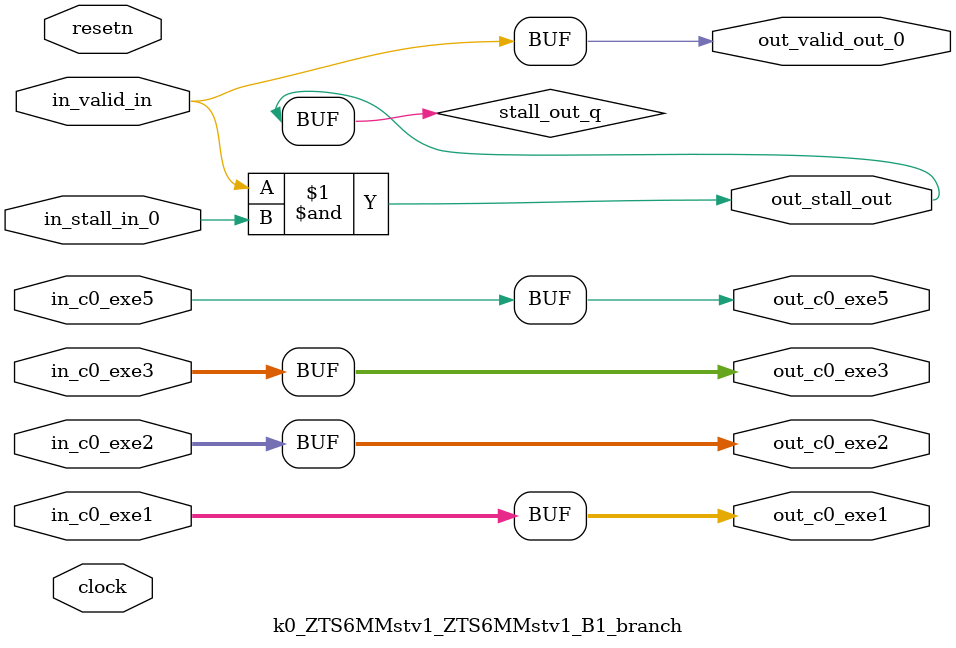
<source format=sv>



(* altera_attribute = "-name AUTO_SHIFT_REGISTER_RECOGNITION OFF; -name MESSAGE_DISABLE 10036; -name MESSAGE_DISABLE 10037; -name MESSAGE_DISABLE 14130; -name MESSAGE_DISABLE 14320; -name MESSAGE_DISABLE 15400; -name MESSAGE_DISABLE 14130; -name MESSAGE_DISABLE 10036; -name MESSAGE_DISABLE 12020; -name MESSAGE_DISABLE 12030; -name MESSAGE_DISABLE 12010; -name MESSAGE_DISABLE 12110; -name MESSAGE_DISABLE 14320; -name MESSAGE_DISABLE 13410; -name MESSAGE_DISABLE 113007; -name MESSAGE_DISABLE 10958" *)
module k0_ZTS6MMstv1_ZTS6MMstv1_B1_branch (
    input wire [63:0] in_c0_exe1,
    input wire [63:0] in_c0_exe2,
    input wire [63:0] in_c0_exe3,
    input wire [0:0] in_c0_exe5,
    input wire [0:0] in_stall_in_0,
    input wire [0:0] in_valid_in,
    output wire [63:0] out_c0_exe1,
    output wire [63:0] out_c0_exe2,
    output wire [63:0] out_c0_exe3,
    output wire [0:0] out_c0_exe5,
    output wire [0:0] out_stall_out,
    output wire [0:0] out_valid_out_0,
    input wire clock,
    input wire resetn
    );

    wire [0:0] stall_out_q;


    // out_c0_exe1(GPOUT,8)
    assign out_c0_exe1 = in_c0_exe1;

    // out_c0_exe2(GPOUT,9)
    assign out_c0_exe2 = in_c0_exe2;

    // out_c0_exe3(GPOUT,10)
    assign out_c0_exe3 = in_c0_exe3;

    // out_c0_exe5(GPOUT,11)
    assign out_c0_exe5 = in_c0_exe5;

    // stall_out(LOGICAL,14)
    assign stall_out_q = in_valid_in & in_stall_in_0;

    // out_stall_out(GPOUT,12)
    assign out_stall_out = stall_out_q;

    // out_valid_out_0(GPOUT,13)
    assign out_valid_out_0 = in_valid_in;

endmodule

</source>
